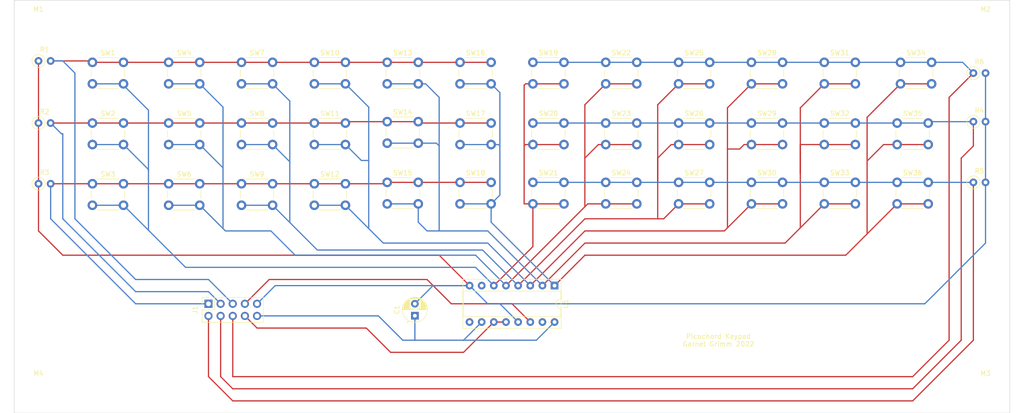
<source format=kicad_pcb>
(kicad_pcb (version 20211014) (generator pcbnew)
  (layers (0 "F.Cu" signal) (31 "B.Cu" signal) (34 "B.Paste" user) (35 "F.Paste" user) (36 "B.SilkS" user "B.Silkscreen") (37 "F.SilkS" user "F.Silkscreen") (38 "B.Mask" user) (39 "F.Mask" user) (44 "Edge.Cuts" user))
  (net 0 "")
  (net 1 "VDD")
  (net 2 "GND")
  (net 3 "r5")
  (net 4 "clk")
  (net 5 "ld")
  (net 6 "s5")
  (net 7 "s6")
  (net 8 "r1")
  (net 9 "s1")
  (net 10 "s2")
  (net 11 "s3")
  (net 12 "s4")
  (net 13 "r2")
  (net 14 "r3")
  (net 15 "r6")
  (net 16 "r4")
  (footprint "Button_Switch_THT:SW_PUSH_6mm" (layer "F.Cu") (at 70.41 38.39)
    (fp_text reference "SW7")
    (fp_text value "SW_Push")
  )
  (footprint "Button_Switch_THT:SW_PUSH_6mm" (layer "F.Cu") (at 161.85 51.09)
    (fp_text reference "SW26")
    (fp_text value "SW_Push")
  )
  (footprint "Button_Switch_THT:SW_PUSH_6mm" (layer "F.Cu") (at 39.22 51.09)
    (fp_text reference "SW2")
    (fp_text value "SW_Push")
  )
  (footprint "Button_Switch_THT:SW_PUSH_6mm" (layer "F.Cu") (at 146.61 38.39)
    (fp_text reference "SW22")
    (fp_text value "SW_Push")
  )
  (footprint "Button_Switch_THT:SW_PUSH_6mm" (layer "F.Cu") (at 85.65 51.09)
    (fp_text reference "SW11")
    (fp_text value "SW_Push")
  )
  (footprint "Resistor_THT:R_Axial_DIN0207_L6.3mm_D2.5mm_P2.54mm_Vertical" (layer "F.Cu") (at 223.52 50.8)
    (fp_text reference "R4")
    (fp_text value "1k")
  )
  (footprint "Resistor_THT:R_Axial_DIN0207_L6.3mm_D2.5mm_P2.54mm_Vertical" (layer "F.Cu") (at 223.52 63.5)
    (fp_text reference "R5")
    (fp_text value "1k")
  )
  (footprint "Button_Switch_THT:SW_PUSH_6mm" (layer "F.Cu") (at 70.41 63.79)
    (fp_text reference "SW9")
    (fp_text value "SW_Push")
  )
  (footprint "Button_Switch_THT:SW_PUSH_6mm" (layer "F.Cu") (at 192.33 51.09)
    (fp_text reference "SW32")
    (fp_text value "SW_Push")
  )
  (footprint "Resistor_THT:R_Axial_DIN0207_L6.3mm_D2.5mm_P2.54mm_Vertical" (layer "F.Cu") (at 27.94 63.79)
    (fp_text reference "R3")
    (fp_text value "1k")
  )
  (footprint "MountingHole:MountingHole_2.1mm" (layer "F.Cu") (at 27.94 106.68)
    (fp_text reference "M4")
    (fp_text value "MountingHole_2.1mm")
  )
  (footprint "Button_Switch_THT:SW_PUSH_6mm" (layer "F.Cu") (at 192.33 63.5)
    (fp_text reference "SW33")
    (fp_text value "SW_Push")
  )
  (footprint "Button_Switch_THT:SW_PUSH_6mm" (layer "F.Cu") (at 100.89 50.8)
    (fp_text reference "SW14")
    (fp_text value "SW_Push")
  )
  (footprint "Resistor_THT:R_Axial_DIN0207_L6.3mm_D2.5mm_P2.54mm_Vertical" (layer "F.Cu") (at 27.94 38.1)
    (fp_text reference "R1")
    (fp_text value "1k")
  )
  (footprint "Button_Switch_THT:SW_PUSH_6mm" (layer "F.Cu") (at 192.33 38.39)
    (fp_text reference "SW31")
    (fp_text value "SW_Push")
  )
  (footprint "Button_Switch_THT:SW_PUSH_6mm" (layer "F.Cu") (at 100.89 38.39)
    (fp_text reference "SW13")
    (fp_text value "SW_Push")
  )
  (footprint "Button_Switch_THT:SW_PUSH_6mm" (layer "F.Cu") (at 116.13 51.09)
    (fp_text reference "SW17")
    (fp_text value "SW_Push")
  )
  (footprint "Package_DIP:DIP-16_W7.62mm_Socket" (layer "F.Cu") (at 135.9 85.1 -90)
    (fp_text reference "U1")
    (fp_text value "74HC595")
  )
  (footprint "Button_Switch_THT:SW_PUSH_6mm" (layer "F.Cu") (at 207.57 51.09)
    (fp_text reference "SW35")
    (fp_text value "SW_Push")
  )
  (footprint "Button_Switch_THT:SW_PUSH_6mm" (layer "F.Cu") (at 39.22 38.39)
    (fp_text reference "SW1")
    (fp_text value "SW_Push")
  )
  (footprint "Button_Switch_THT:SW_PUSH_6mm" (layer "F.Cu") (at 177.09 51.09)
    (fp_text reference "SW29")
    (fp_text value "SW_Push")
  )
  (footprint "MountingHole:MountingHole_2.1mm" (layer "F.Cu") (at 226.06 30.48)
    (fp_text reference "M2")
    (fp_text value "MountingHole_2.1mm")
  )
  (footprint "Button_Switch_THT:SW_PUSH_6mm" (layer "F.Cu") (at 161.85 63.5)
    (fp_text reference "SW27")
    (fp_text value "SW_Push")
  )
  (footprint "MountingHole:MountingHole_2.1mm" (layer "F.Cu") (at 226.06 106.68)
    (fp_text reference "M3")
    (fp_text value "MountingHole_2.1mm")
  )
  (footprint "Button_Switch_THT:SW_PUSH_6mm" (layer "F.Cu") (at 131.37 63.5)
    (fp_text reference "SW21")
    (fp_text value "SW_Push")
  )
  (footprint "Button_Switch_THT:SW_PUSH_6mm" (layer "F.Cu") (at 85.65 63.79)
    (fp_text reference "SW12")
    (fp_text value "SW_Push")
  )
  (footprint "Resistor_THT:R_Axial_DIN0207_L6.3mm_D2.5mm_P2.54mm_Vertical" (layer "F.Cu") (at 223.52 40.64)
    (fp_text reference "R6")
    (fp_text value "1k")
  )
  (footprint "Connector_PinSocket_2.54mm:PinSocket_2x05_P2.54mm_Vertical" (layer "F.Cu") (at 63.5 88.9 90)
    (fp_text reference "J1")
    (fp_text value "Conn_02x05_Counter_Clockwise")
  )
  (footprint "Button_Switch_THT:SW_PUSH_6mm" (layer "F.Cu") (at 161.85 38.39)
    (fp_text reference "SW25")
    (fp_text value "SW_Push")
  )
  (footprint "Button_Switch_THT:SW_PUSH_6mm" (layer "F.Cu") (at 208.28 38.39)
    (fp_text reference "SW34")
    (fp_text value "SW_Push")
  )
  (footprint "Button_Switch_THT:SW_PUSH_6mm" (layer "F.Cu") (at 100.89 63.5)
    (fp_text reference "SW15")
    (fp_text value "SW_Push")
  )
  (footprint "Button_Switch_THT:SW_PUSH_6mm" (layer "F.Cu") (at 146.61 63.5)
    (fp_text reference "SW24")
    (fp_text value "SW_Push")
  )
  (footprint "Resistor_THT:R_Axial_DIN0207_L6.3mm_D2.5mm_P2.54mm_Vertical" (layer "F.Cu") (at 27.94 51.09)
    (fp_text reference "R2")
    (fp_text value "1k")
  )
  (footprint "Capacitor_THT:CP_Radial_D5.0mm_P2.50mm" (layer "F.Cu") (at 106.68 91.4 90)
    (fp_text reference "C1")
    (fp_text value "0.1")
  )
  (footprint "Button_Switch_THT:SW_PUSH_6mm" (layer "F.Cu") (at 39.22 63.79)
    (fp_text reference "SW3")
    (fp_text value "SW_Push")
  )
  (footprint "Button_Switch_THT:SW_PUSH_6mm" (layer "F.Cu") (at 55.17 63.79)
    (fp_text reference "SW6")
    (fp_text value "SW_Push")
  )
  (footprint "Button_Switch_THT:SW_PUSH_6mm" (layer "F.Cu") (at 207.57 63.5)
    (fp_text reference "SW36")
    (fp_text value "SW_Push")
  )
  (footprint "Button_Switch_THT:SW_PUSH_6mm" (layer "F.Cu") (at 116.13 38.39)
    (fp_text reference "SW16")
    (fp_text value "SW_Push")
  )
  (footprint "Button_Switch_THT:SW_PUSH_6mm" (layer "F.Cu") (at 146.61 51.09)
    (fp_text reference "SW23")
    (fp_text value "SW_Push")
  )
  (footprint "Button_Switch_THT:SW_PUSH_6mm" (layer "F.Cu") (at 131.37 38.39)
    (fp_text reference "SW19")
    (fp_text value "SW_Push")
  )
  (footprint "Button_Switch_THT:SW_PUSH_6mm" (layer "F.Cu") (at 177.09 63.5)
    (fp_text reference "SW30")
    (fp_text value "SW_Push")
  )
  (footprint "Button_Switch_THT:SW_PUSH_6mm" (layer "F.Cu") (at 116.13 63.5)
    (fp_text reference "SW18")
    (fp_text value "SW_Push")
  )
  (footprint "Button_Switch_THT:SW_PUSH_6mm" (layer "F.Cu") (at 70.41 51.09)
    (fp_text reference "SW8")
    (fp_text value "SW_Push")
  )
  (footprint "MountingHole:MountingHole_2.1mm" (layer "F.Cu") (at 27.94 30.48)
    (fp_text reference "M1")
    (fp_text value "MountingHole_2.1mm")
  )
  (footprint "Button_Switch_THT:SW_PUSH_6mm" (layer "F.Cu") (at 177.09 38.39)
    (fp_text reference "SW28")
    (fp_text value "SW_Push")
  )
  (footprint "Button_Switch_THT:SW_PUSH_6mm" (layer "F.Cu") (at 55.17 51.09)
    (fp_text reference "SW5")
    (fp_text value "SW_Push")
  )
  (footprint "Button_Switch_THT:SW_PUSH_6mm" (layer "F.Cu") (at 55.17 38.39)
    (fp_text reference "SW4")
    (fp_text value "SW_Push")
  )
  (footprint "Button_Switch_THT:SW_PUSH_6mm" (layer "F.Cu") (at 85.65 38.39)
    (fp_text reference "SW10")
    (fp_text value "SW_Push")
  )
  (footprint "Button_Switch_THT:SW_PUSH_6mm" (layer "F.Cu") (at 131.37 51.09)
    (fp_text reference "SW20")
    (fp_text value "SW_Push")
  )
  (gr_line (start 22.86 111.76) (end 22.86 25.4) (layer "Edge.Cuts") (width 0.1))
  (gr_line (start 231.14 25.4) (end 231.14 111.76) (layer "Edge.Cuts") (width 0.1))
  (gr_line (start 22.86 25.4) (end 231.14 25.4) (layer "Edge.Cuts") (width 0.1))
  (gr_line (start 231.14 111.76) (end 22.86 111.76) (layer "Edge.Cuts") (width 0.1))
  (gr_text "Picochord Keypad\nGarnet Grimm 2022" (at 170.18 96.52) (layer "F.SilkS") (effects (font (size 1 1))))
  (segment (start 116.86 96.52) (end 132.1 96.52) (width 0.25) (layer "B.Cu") (net 1))
  (segment (start 132.1 96.52) (end 135.9 92.72) (width 0.25) (layer "B.Cu") (net 1))
  (segment (start 106.68 91.4) (end 106.68 96.52) (width 0.25) (layer "B.Cu") (net 1))
  (segment (start 106.68 96.52) (end 116.86 96.52) (width 0.25) (layer "B.Cu") (net 1))
  (segment (start 104.14 96.52) (end 106.68 96.52) (width 0.25) (layer "B.Cu") (net 1))
  (segment (start 116.86 96.52) (end 120.66 92.72) (width 0.25) (layer "B.Cu") (net 1))
  (segment (start 73.66 91.44) (end 99.06 91.44) (width 0.25) (layer "B.Cu") (net 1))
  (segment (start 99.06 91.44) (end 104.14 96.52) (width 0.25) (layer "B.Cu") (net 1))
  (segment (start 27.94 63.79) (end 27.94 51.09) (width 0.25) (layer "F.Cu") (net 2))
  (segment (start 111.76 78.74) (end 33.02 78.74) (width 0.25) (layer "F.Cu") (net 2))
  (segment (start 118.12 85.1) (end 111.76 78.74) (width 0.25) (layer "F.Cu") (net 2))
  (segment (start 27.94 38.1) (end 27.94 51.09) (width 0.25) (layer "F.Cu") (net 2))
  (segment (start 33.02 78.74) (end 27.94 73.66) (width 0.25) (layer "F.Cu") (net 2))
  (segment (start 27.94 73.66) (end 27.94 63.79) (width 0.25) (layer "F.Cu") (net 2))
  (segment (start 226.06 40.64) (end 226.06 50.8) (width 0.25) (layer "B.Cu") (net 2))
  (segment (start 226.06 63.5) (end 226.06 76.2) (width 0.25) (layer "B.Cu") (net 2))
  (segment (start 226.06 76.2) (end 213.36 88.9) (width 0.25) (layer "B.Cu") (net 2))
  (segment (start 124.46 88.9) (end 128.28 92.72) (width 0.25) (layer "B.Cu") (net 2))
  (segment (start 110.48 85.1) (end 106.68 88.9) (width 0.25) (layer "B.Cu") (net 2))
  (segment (start 118.12 85.1) (end 77.46 85.1) (width 0.25) (layer "B.Cu") (net 2))
  (segment (start 118.12 85.1) (end 110.48 85.1) (width 0.25) (layer "B.Cu") (net 2))
  (segment (start 118.12 85.1) (end 121.92 88.9) (width 0.25) (layer "B.Cu") (net 2))
  (segment (start 226.06 63.5) (end 226.06 50.8) (width 0.25) (layer "B.Cu") (net 2))
  (segment (start 121.92 88.9) (end 124.46 88.9) (width 0.25) (layer "B.Cu") (net 2))
  (segment (start 213.36 88.9) (end 124.46 88.9) (width 0.25) (layer "B.Cu") (net 2))
  (segment (start 77.46 85.1) (end 73.66 88.9) (width 0.25) (layer "B.Cu") (net 2))
  (segment (start 68.58 106.68) (end 210.82 106.68) (width 0.25) (layer "F.Cu") (net 3))
  (segment (start 223.52 50.8) (end 223.52 55.88) (width 0.25) (layer "F.Cu") (net 3))
  (segment (start 66.04 104.14) (end 68.58 106.68) (width 0.25) (layer "F.Cu") (net 3))
  (segment (start 210.82 106.68) (end 220.98 96.52) (width 0.25) (layer "F.Cu") (net 3))
  (segment (start 220.98 96.52) (end 220.98 58.42) (width 0.25) (layer "F.Cu") (net 3))
  (segment (start 66.04 91.44) (end 66.04 104.14) (width 0.25) (layer "F.Cu") (net 3))
  (segment (start 223.52 55.88) (end 220.98 58.42) (width 0.25) (layer "F.Cu") (net 3))
  (segment (start 192.33 51.09) (end 198.83 51.09) (width 0.25) (layer "B.Cu") (net 3))
  (segment (start 214.36 50.8) (end 214.07 51.09) (width 0.25) (layer "B.Cu") (net 3))
  (segment (start 131.37 51.09) (end 137.87 51.09) (width 0.25) (layer "B.Cu") (net 3))
  (segment (start 161.85 51.09) (end 168.35 51.09) (width 0.25) (layer "B.Cu") (net 3))
  (segment (start 223.52 50.8) (end 214.36 50.8) (width 0.25) (layer "B.Cu") (net 3))
  (segment (start 146.61 51.09) (end 137.87 51.09) (width 0.25) (layer "B.Cu") (net 3))
  (segment (start 177.09 51.09) (end 168.35 51.09) (width 0.25) (layer "B.Cu") (net 3))
  (segment (start 177.09 51.09) (end 183.59 51.09) (width 0.25) (layer "B.Cu") (net 3))
  (segment (start 207.57 51.09) (end 198.83 51.09) (width 0.25) (layer "B.Cu") (net 3))
  (segment (start 192.33 51.09) (end 183.59 51.09) (width 0.25) (layer "B.Cu") (net 3))
  (segment (start 161.85 51.09) (end 153.11 51.09) (width 0.25) (layer "B.Cu") (net 3))
  (segment (start 146.61 51.09) (end 153.11 51.09) (width 0.25) (layer "B.Cu") (net 3))
  (segment (start 207.57 51.09) (end 214.07 51.09) (width 0.25) (layer "B.Cu") (net 3))
  (segment (start 116.86 99.06) (end 101.6 99.06) (width 0.25) (layer "F.Cu") (net 4))
  (segment (start 123.2 92.72) (end 116.86 99.06) (width 0.25) (layer "F.Cu") (net 4))
  (segment (start 73.66 93.98) (end 71.12 91.44) (width 0.25) (layer "F.Cu") (net 4))
  (segment (start 101.6 99.06) (end 96.52 93.98) (width 0.25) (layer "F.Cu") (net 4))
  (segment (start 123.2 92.72) (end 125.74 92.72) (width 0.25) (layer "F.Cu") (net 4))
  (segment (start 96.52 93.98) (end 73.66 93.98) (width 0.25) (layer "F.Cu") (net 4))
  (segment (start 114.3 88.9) (end 127 88.9) (width 0.25) (layer "F.Cu") (net 5))
  (segment (start 109.22 83.82) (end 114.3 88.9) (width 0.25) (layer "F.Cu") (net 5))
  (segment (start 127 88.9) (end 130.82 92.72) (width 0.25) (layer "F.Cu") (net 5))
  (segment (start 76.2 83.82) (end 109.22 83.82) (width 0.25) (layer "F.Cu") (net 5))
  (segment (start 71.12 88.9) (end 76.2 83.82) (width 0.25) (layer "F.Cu") (net 5))
  (segment (start 142.26 76.2) (end 184.13 76.2) (width 0.25) (layer "F.Cu") (net 6))
  (segment (start 187.315 73.015) (end 192.33 68) (width 0.25) (layer "F.Cu") (net 6))
  (segment (start 198.83 42.89) (end 192.33 42.89) (width 0.25) (layer "F.Cu") (net 6))
  (segment (start 198.83 68) (end 192.33 68) (width 0.25) (layer "F.Cu") (net 6))
  (segment (start 184.13 76.2) (end 187.315 73.015) (width 0.25) (layer "F.Cu") (net 6))
  (segment (start 192.33 55.59) (end 187.315 55.59) (width 0.25) (layer "F.Cu") (net 6))
  (segment (start 187.315 55.59) (end 187.315 61.605) (width 0.25) (layer "F.Cu") (net 6))
  (segment (start 187.315 61.605) (end 187.315 73.015) (width 0.25) (layer "F.Cu") (net 6))
  (segment (start 192.33 55.59) (end 198.83 55.59) (width 0.25) (layer "F.Cu") (net 6))
  (segment (start 192.33 42.89) (end 187.315 47.905) (width 0.25) (layer "F.Cu") (net 6))
  (segment (start 187.315 47.905) (end 187.315 61.605) (width 0.25) (layer "F.Cu") (net 6))
  (segment (start 133.36 85.1) (end 142.26 76.2) (width 0.25) (layer "F.Cu") (net 6))
  (segment (start 133.36 85.1) (end 121.92 73.66) (width 0.25) (layer "B.Cu") (net 6))
  (segment (start 108.93 42.89) (end 111.76 45.72) (width 0.25) (layer "B.Cu") (net 6))
  (segment (start 111.76 55.88) (end 111.76 73.66) (width 0.25) (layer "B.Cu") (net 6))
  (segment (start 111.76 45.72) (end 111.76 55.88) (width 0.25) (layer "B.Cu") (net 6))
  (segment (start 111.76 73.66) (end 109.22 73.66) (width 0.25) (layer "B.Cu") (net 6))
  (segment (start 111.18 55.3) (end 107.39 55.3) (width 0.25) (layer "B.Cu") (net 6))
  (segment (start 111.76 55.88) (end 111.18 55.3) (width 0.25) (layer "B.Cu") (net 6))
  (segment (start 107.39 71.83) (end 107.39 68) (width 0.25) (layer "B.Cu") (net 6))
  (segment (start 109.22 73.66) (end 107.39 71.83) (width 0.25) (layer "B.Cu") (net 6))
  (segment (start 121.92 73.66) (end 111.76 73.66) (width 0.25) (layer "B.Cu") (net 6))
  (segment (start 100.89 42.89) (end 107.39 42.89) (width 0.25) (layer "B.Cu") (net 6))
  (segment (start 107.39 42.89) (end 108.93 42.89) (width 0.25) (layer "B.Cu") (net 6))
  (segment (start 107.39 55.3) (end 100.89 55.3) (width 0.25) (layer "B.Cu") (net 6))
  (segment (start 100.89 68) (end 107.39 68) (width 0.25) (layer "B.Cu") (net 6))
  (segment (start 135.9 85.1) (end 142.24 78.76) (width 0.25) (layer "F.Cu") (net 7))
  (segment (start 142.24 78.74) (end 196.83 78.74) (width 0.25) (layer "F.Cu") (net 7))
  (segment (start 207.57 55.59) (end 214.07 55.59) (width 0.25) (layer "F.Cu") (net 7))
  (segment (start 196.83 78.74) (end 201.285 74.285) (width 0.25) (layer "F.Cu") (net 7))
  (segment (start 207.57 55.59) (end 204.74 55.59) (width 0.25) (layer "F.Cu") (net 7))
  (segment (start 204.74 55.59) (end 201.285 59.045) (width 0.25) (layer "F.Cu") (net 7))
  (segment (start 214.78 42.89) (end 208.28 42.89) (width 0.25) (layer "F.Cu") (net 7))
  (segment (start 201.285 49.885) (end 201.285 59.045) (width 0.25) (layer "F.Cu") (net 7))
  (segment (start 202.555 73.015) (end 207.57 68) (width 0.25) (layer "F.Cu") (net 7))
  (segment (start 214.07 68) (end 207.57 68) (width 0.25) (layer "F.Cu") (net 7))
  (segment (start 142.24 78.76) (end 142.24 78.74) (width 0.25) (layer "F.Cu") (net 7))
  (segment (start 208.28 42.89) (end 201.285 49.885) (width 0.25) (layer "F.Cu") (net 7))
  (segment (start 201.285 74.285) (end 202.555 73.015) (width 0.25) (layer "F.Cu") (net 7))
  (segment (start 201.285 59.045) (end 201.285 74.285) (width 0.25) (layer "F.Cu") (net 7))
  (segment (start 124.46 55.88) (end 124.46 44.72) (width 0.25) (layer "B.Cu") (net 7))
  (segment (start 122.63 68) (end 124.46 66.17) (width 0.25) (layer "B.Cu") (net 7))
  (segment (start 116.13 55.59) (end 122.63 55.59) (width 0.25) (layer "B.Cu") (net 7))
  (segment (start 124.46 66.17) (end 124.46 55.88) (width 0.25) (layer "B.Cu") (net 7))
  (segment (start 122.63 55.59) (end 124.17 55.59) (width 0.25) (layer "B.Cu") (net 7))
  (segment (start 122.63 42.89) (end 116.13 42.89) (width 0.25) (layer "B.Cu") (net 7))
  (segment (start 122.63 71.83) (end 135.9 85.1) (width 0.25) (layer "B.Cu") (net 7))
  (segment (start 122.63 68) (end 122.63 71.83) (width 0.25) (layer "B.Cu") (net 7))
  (segment (start 124.17 55.59) (end 124.46 55.88) (width 0.25) (layer "B.Cu") (net 7))
  (segment (start 122.63 68) (end 116.13 68) (width 0.25) (layer "B.Cu") (net 7))
  (segment (start 124.46 44.72) (end 122.63 42.89) (width 0.25) (layer "B.Cu") (net 7))
  (segment (start 107.39 38.39) (end 116.13 38.39) (width 0.25) (layer "F.Cu") (net 8))
  (segment (start 61.67 38.39) (end 70.41 38.39) (width 0.25) (layer "F.Cu") (net 8))
  (segment (start 85.65 38.39) (end 76.91 38.39) (width 0.25) (layer "F.Cu") (net 8))
  (segment (start 92.15 38.39) (end 85.65 38.39) (width 0.25) (layer "F.Cu") (net 8))
  (segment (start 61.67 38.39) (end 55.17 38.39) (width 0.25) (layer "F.Cu") (net 8))
  (segment (start 107.39 38.39) (end 100.89 38.39) (width 0.25) (layer "F.Cu") (net 8))
  (segment (start 45.72 38.39) (end 55.17 38.39) (width 0.25) (layer "F.Cu") (net 8))
  (segment (start 92.15 38.39) (end 100.89 38.39) (width 0.25) (layer "F.Cu") (net 8))
  (segment (start 76.91 38.39) (end 70.41 38.39) (width 0.25) (layer "F.Cu") (net 8))
  (segment (start 45.72 38.39) (end 39.22 38.39) (width 0.25) (layer "F.Cu") (net 8))
  (segment (start 122.63 38.39) (end 116.13 38.39) (width 0.25) (layer "F.Cu") (net 8))
  (segment (start 38.93 38.1) (end 39.22 38.39) (width 0.25) (layer "F.Cu") (net 8))
  (segment (start 30.48 38.1) (end 38.93 38.1) (width 0.25) (layer "F.Cu") (net 8))
  (segment (start 48.26 83.82) (end 63.5 83.82) (width 0.25) (layer "B.Cu") (net 8))
  (segment (start 30.48 38.1) (end 33.02 38.1) (width 0.25) (layer "B.Cu") (net 8))
  (segment (start 35.56 40.64) (end 35.56 71.12) (width 0.25) (layer "B.Cu") (net 8))
  (segment (start 63.5 83.82) (end 68.58 88.9) (width 0.25) (layer "B.Cu") (net 8))
  (segment (start 35.56 71.12) (end 48.26 83.82) (width 0.25) (layer "B.Cu") (net 8))
  (segment (start 33.02 38.1) (end 35.56 40.64) (width 0.25) (layer "B.Cu") (net 8))
  (segment (start 131.37 55.59) (end 129.83 55.59) (width 0.25) (layer "F.Cu") (net 9))
  (segment (start 131.37 76.93) (end 123.2 85.1) (width 0.25) (layer "F.Cu") (net 9))
  (segment (start 137.87 68) (end 131.37 68) (width 0.25) (layer "F.Cu") (net 9))
  (segment (start 137.87 42.89) (end 131.37 42.89) (width 0.25) (layer "F.Cu") (net 9))
  (segment (start 129.83 42.89) (end 131.37 42.89) (width 0.25) (layer "F.Cu") (net 9))
  (segment (start 131.37 68) (end 129.54 68) (width 0.25) (layer "F.Cu") (net 9))
  (segment (start 129.83 55.59) (end 129.54 55.88) (width 0.25) (layer "F.Cu") (net 9))
  (segment (start 129.54 43.18) (end 129.83 42.89) (width 0.25) (layer "F.Cu") (net 9))
  (segment (start 129.54 68) (end 129.54 55.88) (width 0.25) (layer "F.Cu") (net 9))
  (segment (start 129.54 55.88) (end 129.54 43.18) (width 0.25) (layer "F.Cu") (net 9))
  (segment (start 131.37 55.59) (end 137.87 55.59) (width 0.25) (layer "F.Cu") (net 9))
  (segment (start 131.37 68) (end 131.37 76.93) (width 0.25) (layer "F.Cu") (net 9))
  (segment (start 58.71 81.28) (end 119.38 81.28) (width 0.25) (layer "B.Cu") (net 9))
  (segment (start 45.72 43.18) (end 50.945 48.405) (width 0.25) (layer "B.Cu") (net 9))
  (segment (start 50.945 60.815) (end 50.945 61.105) (width 0.25) (layer "B.Cu") (net 9))
  (segment (start 50.945 48.405) (end 50.945 61.105) (width 0.25) (layer "B.Cu") (net 9))
  (segment (start 45.72 68.29) (end 50.945 73.515) (width 0.25) (layer "B.Cu") (net 9))
  (segment (start 50.945 61.105) (end 50.945 73.515) (width 0.25) (layer "B.Cu") (net 9))
  (segment (start 45.72 42.89) (end 39.22 42.89) (width 0.25) (layer "B.Cu") (net 9))
  (segment (start 119.38 81.28) (end 123.2 85.1) (width 0.25) (layer "B.Cu") (net 9))
  (segment (start 50.945 73.515) (end 58.71 81.28) (width 0.25) (layer "B.Cu") (net 9))
  (segment (start 45.72 55.59) (end 39.22 55.59) (width 0.25) (layer "B.Cu") (net 9))
  (segment (start 45.72 55.59) (end 50.945 60.815) (width 0.25) (layer "B.Cu") (net 9))
  (segment (start 45.72 68.29) (end 39.22 68.29) (width 0.25) (layer "B.Cu") (net 9))
  (segment (start 45.72 42.89) (end 45.72 43.18) (width 0.25) (layer "B.Cu") (net 9))
  (segment (start 146.61 68) (end 142.84 68) (width 0.25) (layer "F.Cu") (net 10))
  (segment (start 145.07 55.59) (end 146.61 55.59) (width 0.25) (layer "F.Cu") (net 10))
  (segment (start 142.24 47.26) (end 142.24 58.42) (width 0.25) (layer "F.Cu") (net 10))
  (segment (start 153.11 42.89) (end 146.61 42.89) (width 0.25) (layer "F.Cu") (net 10))
  (segment (start 142.24 58.42) (end 142.24 68.6) (width 0.25) (layer "F.Cu") (net 10))
  (segment (start 153.11 68) (end 146.61 68) (width 0.25) (layer "F.Cu") (net 10))
  (segment (start 146.61 42.89) (end 142.24 47.26) (width 0.25) (layer "F.Cu") (net 10))
  (segment (start 142.84 68) (end 142.24 68.6) (width 0.25) (layer "F.Cu") (net 10))
  (segment (start 142.24 58.42) (end 145.07 55.59) (width 0.25) (layer "F.Cu") (net 10))
  (segment (start 142.24 68.6) (end 125.74 85.1) (width 0.25) (layer "F.Cu") (net 10))
  (segment (start 146.61 55.59) (end 153.11 55.59) (width 0.25) (layer "F.Cu") (net 10))
  (segment (start 66.54 73.16) (end 66.54 60.46) (width 0.25) (layer "B.Cu") (net 10))
  (segment (start 66.54 60.46) (end 61.67 55.59) (width 0.25) (layer "B.Cu") (net 10))
  (segment (start 76.55502 73.66) (end 67.04 73.66) (width 0.25) (layer "B.Cu") (net 10))
  (segment (start 67.04 73.66) (end 66.54 73.16) (width 0.25) (layer "B.Cu") (net 10))
  (segment (start 119.38 78.74) (end 81.63502 78.74) (width 0.25) (layer "B.Cu") (net 10))
  (segment (start 81.63502 78.74) (end 76.55502 73.66) (width 0.25) (layer "B.Cu") (net 10))
  (segment (start 125.74 85.1) (end 119.38 78.74) (width 0.25) (layer "B.Cu") (net 10))
  (segment (start 66.54 47.76) (end 61.67 42.89) (width 0.25) (layer "B.Cu") (net 10))
  (segment (start 61.67 55.59) (end 55.17 55.59) (width 0.25) (layer "B.Cu") (net 10))
  (segment (start 61.67 42.89) (end 55.17 42.89) (width 0.25) (layer "B.Cu") (net 10))
  (segment (start 66.54 73.16) (end 61.67 68.29) (width 0.25) (layer "B.Cu") (net 10))
  (segment (start 66.54 60.46) (end 66.54 47.76) (width 0.25) (layer "B.Cu") (net 10))
  (segment (start 61.67 68.29) (end 55.17 68.29) (width 0.25) (layer "B.Cu") (net 10))
  (segment (start 161.85 55.59) (end 168.35 55.59) (width 0.25) (layer "F.Cu") (net 11))
  (segment (start 160.31 55.59) (end 157.48 58.42) (width 0.25) (layer "F.Cu") (net 11))
  (segment (start 157.48 71.12) (end 157.48 63.489214) (width 0.25) (layer "F.Cu") (net 11))
  (segment (start 161.85 55.59) (end 160.31 55.59) (width 0.25) (layer "F.Cu") (net 11))
  (segment (start 157.48 47.26) (end 157.48 63.489214) (width 0.25) (layer "F.Cu") (net 11))
  (segment (start 161.85 42.89) (end 157.48 47.26) (width 0.25) (layer "F.Cu") (net 11))
  (segment (start 158.73 71.12) (end 157.48 71.12) (width 0.25) (layer "F.Cu") (net 11))
  (segment (start 168.35 42.89) (end 161.85 42.89) (width 0.25) (layer "F.Cu") (net 11))
  (segment (start 128.28 85.1) (end 142.26 71.12) (width 0.25) (layer "F.Cu") (net 11))
  (segment (start 142.26 71.12) (end 157.48 71.12) (width 0.25) (layer "F.Cu") (net 11))
  (segment (start 157.48 58.42) (end 157.48 63.489214) (width 0.25) (layer "F.Cu") (net 11))
  (segment (start 158.73 71.12) (end 161.85 68) (width 0.25) (layer "F.Cu") (net 11))
  (segment (start 168.35 68) (end 161.85 68) (width 0.25) (layer "F.Cu") (net 11))
  (segment (start 120.835489 77.655489) (end 86.275489 77.655489) (width 0.25) (layer "B.Cu") (net 11))
  (segment (start 76.91 55.59) (end 70.41 55.59) (width 0.25) (layer "B.Cu") (net 11))
  (segment (start 80.51 59.19) (end 80.51 46.49) (width 0.25) (layer "B.Cu") (net 11))
  (segment (start 76.91 68.29) (end 70.41 68.29) (width 0.25) (layer "B.Cu") (net 11))
  (segment (start 80.51 71.89) (end 76.91 68.29) (width 0.25) (layer "B.Cu") (net 11))
  (segment (start 80.51 59.19) (end 76.91 55.59) (width 0.25) (layer "B.Cu") (net 11))
  (segment (start 128.28 85.1) (end 120.835489 77.655489) (width 0.25) (layer "B.Cu") (net 11))
  (segment (start 70.41 42.89) (end 76.91 42.89) (width 0.25) (layer "B.Cu") (net 11))
  (segment (start 86.275489 77.655489) (end 80.51 71.89) (width 0.25) (layer "B.Cu") (net 11))
  (segment (start 80.51 71.89) (end 80.51 59.19) (width 0.25) (layer "B.Cu") (net 11))
  (segment (start 80.51 46.49) (end 76.91 42.89) (width 0.25) (layer "B.Cu") (net 11))
  (segment (start 172.075 73.015) (end 177.09 68) (width 0.25) (layer "F.Cu") (net 12))
  (segment (start 171.43 73.66) (end 172.075 73.015) (width 0.25) (layer "F.Cu") (net 12))
  (segment (start 142.26 73.66) (end 171.43 73.66) (width 0.25) (layer "F.Cu") (net 12))
  (segment (start 174.615 56.525) (end 172.075 56.525) (width 0.25) (layer "F.Cu") (net 12))
  (segment (start 177.09 55.59) (end 183.59 55.59) (width 0.25) (layer "F.Cu") (net 12))
  (segment (start 177.09 55.59) (end 175.55 55.59) (width 0.25) (layer "F.Cu") (net 12))
  (segment (start 130.82 85.1) (end 142.26 73.66) (width 0.25) (layer "F.Cu") (net 12))
  (segment (start 175.55 55.59) (end 174.615 56.525) (width 0.25) (layer "F.Cu") (net 12))
  (segment (start 177.09 42.89) (end 172.075 47.905) (width 0.25) (layer "F.Cu") (net 12))
  (segment (start 183.59 68) (end 177.09 68) (width 0.25) (layer "F.Cu") (net 12))
  (segment (start 172.075 56.525) (end 172.075 73.015) (width 0.25) (layer "F.Cu") (net 12))
  (segment (start 183.59 42.89) (end 177.09 42.89) (width 0.25) (layer "F.Cu") (net 12))
  (segment (start 172.075 47.905) (end 172.075 56.525) (width 0.25) (layer "F.Cu") (net 12))
  (segment (start 97.02 73.16) (end 92.15 68.29) (width 0.25) (layer "B.Cu") (net 12))
  (segment (start 92.15 55.59) (end 95.48 58.92) (width 0.25) (layer "B.Cu") (net 12))
  (segment (start 130.82 85.1) (end 121.92 76.2) (width 0.25) (layer "B.Cu") (net 12))
  (segment (start 85.65 42.89) (end 92.15 42.89) (width 0.25) (layer "B.Cu") (net 12))
  (segment (start 97.02 58.92) (end 97.02 73.16) (width 0.25) (layer "B.Cu") (net 12))
  (segment (start 92.15 68.29) (end 85.65 68.29) (width 0.25) (layer "B.Cu") (net 12))
  (segment (start 121.92 76.2) (end 100.06 76.2) (width 0.25) (layer "B.Cu") (net 12))
  (segment (start 95.48 58.92) (end 97.02 58.92) (width 0.25) (layer "B.Cu") (net 12))
  (segment (start 100.06 76.2) (end 97.02 73.16) (width 0.25) (layer "B.Cu") (net 12))
  (segment (start 92.15 42.89) (end 97.02 47.76) (width 0.25) (layer "B.Cu") (net 12))
  (segment (start 92.15 55.59) (end 85.65 55.59) (width 0.25) (layer "B.Cu") (net 12))
  (segment (start 97.02 47.76) (end 97.02 58.92) (width 0.25) (layer "B.Cu") (net 12))
  (segment (start 39.22 51.09) (end 30.48 51.09) (width 0.25) (layer "F.Cu") (net 13))
  (segment (start 45.72 51.09) (end 39.22 51.09) (width 0.25) (layer "F.Cu") (net 13))
  (segment (start 55.17 51.09) (end 45.72 51.09) (width 0.25) (layer "F.Cu") (net 13))
  (segment (start 116.13 51.09) (end 107.68 51.09) (width 0.25) (layer "F.Cu") (net 13))
  (segment (start 100.89 50.8) (end 92.44 50.8) (width 0.25) (layer "F.Cu") (net 13))
  (segment (start 55.17 51.09) (end 61.67 51.09) (width 0.25) (layer "F.Cu") (net 13))
  (segment (start 70.41 51.09) (end 76.91 51.09) (width 0.25) (layer "F.Cu") (net 13))
  (segment (start 85.65 51.09) (end 92.15 51.09) (width 0.25) (layer "F.Cu") (net 13))
  (segment (start 116.13 51.09) (end 122.63 51.09) (width 0.25) (layer "F.Cu") (net 13))
  (segment (start 107.68 51.09) (end 107.39 50.8) (width 0.25) (layer "F.Cu") (net 13))
  (segment (start 70.41 51.09) (end 61.67 51.09) (width 0.25) (layer "F.Cu") (net 13))
  (segment (start 85.65 51.09) (end 76.91 51.09) (width 0.25) (layer "F.Cu") (net 13))
  (segment (start 100.89 50.8) (end 107.39 50.8) (width 0.25) (layer "F.Cu") (net 13))
  (segment (start 92.44 50.8) (end 92.15 51.09) (width 0.25) (layer "F.Cu") (net 13))
  (segment (start 48.26 86.36) (end 33.02 71.12) (width 0.25) (layer "B.Cu") (net 13))
  (segment (start 33.02 53.34) (end 32.73 53.34) (width 0.25) (layer "B.Cu") (net 13))
  (segment (start 63.5 86.36) (end 48.26 86.36) (width 0.25) (layer "B.Cu") (net 13))
  (segment (start 32.73 53.34) (end 30.48 51.09) (width 0.25) (layer "B.Cu") (net 13))
  (segment (start 33.02 71.12) (end 33.02 53.34) (width 0.25) (layer "B.Cu") (net 13))
  (segment (start 66.04 88.9) (end 63.5 86.36) (width 0.25) (layer "B.Cu") (net 13))
  (segment (start 107.39 63.5) (end 116.13 63.5) (width 0.25) (layer "F.Cu") (net 14))
  (segment (start 122.63 63.5) (end 116.13 63.5) (width 0.25) (layer "F.Cu") (net 14))
  (segment (start 61.67 63.79) (end 70.41 63.79) (width 0.25) (layer "F.Cu") (net 14))
  (segment (start 92.15 63.79) (end 85.65 63.79) (width 0.25) (layer "F.Cu") (net 14))
  (segment (start 61.67 63.79) (end 55.17 63.79) (width 0.25) (layer "F.Cu") (net 14))
  (segment (start 76.91 63.79) (end 85.65 63.79) (width 0.25) (layer "F.Cu") (net 14))
  (segment (start 107.39 63.5) (end 100.89 63.5) (width 0.25) (layer "F.Cu") (net 14))
  (segment (start 45.72 63.79) (end 55.17 63.79) (width 0.25) (layer "F.Cu") (net 14))
  (segment (start 92.15 63.79) (end 100.6 63.79) (width 0.25) (layer "F.Cu") (net 14))
  (segment (start 100.6 63.79) (end 100.89 63.5) (width 0.25) (layer "F.Cu") (net 14))
  (segment (start 45.72 63.79) (end 39.22 63.79) (width 0.25) (layer "F.Cu") (net 14))
  (segment (start 76.91 63.79) (end 70.41 63.79) (width 0.25) (layer "F.Cu") (net 14))
  (segment (start 39.22 63.79) (end 30.48 63.79) (width 0.25) (layer "F.Cu") (net 14))
  (segment (start 48.26 88.9) (end 63.5 88.9) (width 0.25) (layer "B.Cu") (net 14))
  (segment (start 30.48 63.79) (end 30.48 71.12) (width 0.25) (layer "B.Cu") (net 14))
  (segment (start 30.48 71.12) (end 48.26 88.9) (width 0.25) (layer "B.Cu") (net 14))
  (segment (start 223.52 96.52) (end 210.82 109.22) (width 0.25) (layer "F.Cu") (net 15))
  (segment (start 210.82 109.22) (end 68.58 109.22) (width 0.25) (layer "F.Cu") (net 15))
  (segment (start 223.52 96.52) (end 223.52 63.5) (width 0.25) (layer "F.Cu") (net 15))
  (segment (start 68.58 109.22) (end 63.5 104.14) (width 0.25) (layer "F.Cu") (net 15))
  (segment (start 63.5 104.14) (end 63.5 91.44) (width 0.25) (layer "F.Cu") (net 15))
  (segment (start 153.11 63.5) (end 146.61 63.5) (width 0.25) (layer "B.Cu") (net 15))
  (segment (start 198.83 63.5) (end 192.33 63.5) (width 0.25) (layer "B.Cu") (net 15))
  (segment (start 137.87 63.5) (end 146.61 63.5) (width 0.25) (layer "B.Cu") (net 15))
  (segment (start 153.11 63.5) (end 161.85 63.5) (width 0.25) (layer "B.Cu") (net 15))
  (segment (start 214.07 63.5) (end 223.52 63.5) (width 0.25) (layer "B.Cu") (net 15))
  (segment (start 168.35 63.5) (end 161.85 63.5) (width 0.25) (layer "B.Cu") (net 15))
  (segment (start 183.59 63.5) (end 192.33 63.5) (width 0.25) (layer "B.Cu") (net 15))
  (segment (start 183.59 63.5) (end 177.09 63.5) (width 0.25) (layer "B.Cu") (net 15))
  (segment (start 198.83 63.5) (end 207.57 63.5) (width 0.25) (layer "B.Cu") (net 15))
  (segment (start 168.35 63.5) (end 177.09 63.5) (width 0.25) (layer "B.Cu") (net 15))
  (segment (start 137.87 63.5) (end 131.37 63.5) (width 0.25) (layer "B.Cu") (net 15))
  (segment (start 214.07 63.5) (end 207.57 63.5) (width 0.25) (layer "B.Cu") (net 15))
  (segment (start 218.44 45.72) (end 218.44 96.52) (width 0.25) (layer "F.Cu") (net 16))
  (segment (start 68.58 104.14) (end 68.58 91.44) (width 0.25) (layer "F.Cu") (net 16))
  (segment (start 218.44 96.52) (end 210.82 104.14) (width 0.25) (layer "F.Cu") (net 16))
  (segment (start 223.52 40.64) (end 218.44 45.72) (width 0.25) (layer "F.Cu") (net 16))
  (segment (start 210.82 104.14) (end 68.58 104.14) (width 0.25) (layer "F.Cu") (net 16))
  (segment (start 198.83 38.39) (end 208.28 38.39) (width 0.25) (layer "B.Cu") (net 16))
  (segment (start 137.87 38.39) (end 146.61 38.39) (width 0.25) (layer "B.Cu") (net 16))
  (segment (start 214.78 38.39) (end 208.28 38.39) (width 0.25) (layer "B.Cu") (net 16))
  (segment (start 183.59 38.39) (end 192.33 38.39) (width 0.25) (layer "B.Cu") (net 16))
  (segment (start 214.78 38.39) (end 221.27 38.39) (width 0.25) (layer "B.Cu") (net 16))
  (segment (start 168.35 38.39) (end 161.85 38.39) (width 0.25) (layer "B.Cu") (net 16))
  (segment (start 198.83 38.39) (end 192.33 38.39) (width 0.25) (layer "B.Cu") (net 16))
  (segment (start 221.27 38.39) (end 223.52 40.64) (width 0.25) (layer "B.Cu") (net 16))
  (segment (start 137.87 38.39) (end 131.37 38.39) (width 0.25) (layer "B.Cu") (net 16))
  (segment (start 153.11 38.39) (end 146.61 38.39) (width 0.25) (layer "B.Cu") (net 16))
  (segment (start 153.11 38.39) (end 161.85 38.39) (width 0.25) (layer "B.Cu") (net 16))
  (segment (start 168.35 38.39) (end 177.09 38.39) (width 0.25) (layer "B.Cu") (net 16))
  (segment (start 183.59 38.39) (end 177.09 38.39) (width 0.25) (layer "B.Cu") (net 16))
)
</source>
